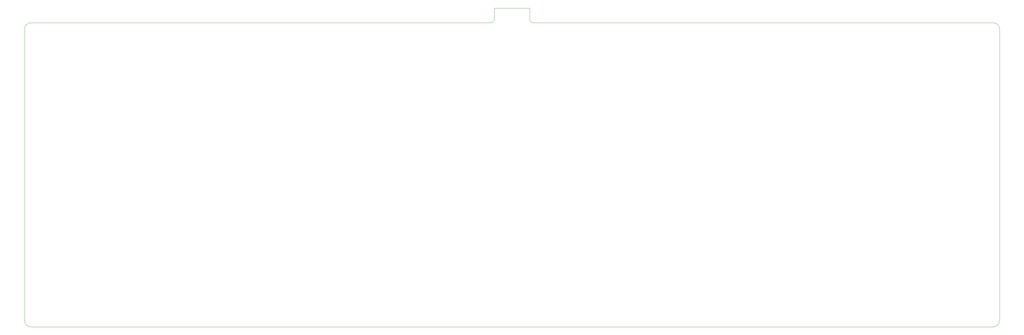
<source format=gbr>
G04 #@! TF.GenerationSoftware,KiCad,Pcbnew,9.0.3*
G04 #@! TF.CreationDate,2025-08-18T15:49:34-07:00*
G04 #@! TF.ProjectId,PCB-Keyboard-EDIPO-ALPS,5043422d-4b65-4796-926f-6172642d4544,rev?*
G04 #@! TF.SameCoordinates,Original*
G04 #@! TF.FileFunction,Profile,NP*
%FSLAX46Y46*%
G04 Gerber Fmt 4.6, Leading zero omitted, Abs format (unit mm)*
G04 Created by KiCad (PCBNEW 9.0.3) date 2025-08-18 15:49:34*
%MOMM*%
%LPD*%
G01*
G04 APERTURE LIST*
G04 #@! TA.AperFunction,Profile*
%ADD10C,0.100000*%
G04 #@! TD*
G04 APERTURE END LIST*
D10*
X60198352Y-160545398D02*
G75*
G02*
X58198302Y-158545398I-52J1999998D01*
G01*
X360998352Y-160535530D02*
X60198352Y-160545398D01*
X217156250Y-65295464D02*
X360998286Y-65295464D01*
X216156250Y-64295464D02*
X216156486Y-60731250D01*
X217156250Y-65295464D02*
G75*
G02*
X216156236Y-64295464I-50J999964D01*
G01*
X360998286Y-65295464D02*
G75*
G02*
X362998236Y-67295464I14J-1999936D01*
G01*
X205043750Y-64295464D02*
X205043986Y-60731250D01*
X58198286Y-158545398D02*
X58198286Y-67295464D01*
X362998286Y-67295464D02*
X362998286Y-158535530D01*
X362998286Y-158535530D02*
G75*
G02*
X360998352Y-160535586I-1999986J-70D01*
G01*
X58198286Y-67295464D02*
G75*
G02*
X60198286Y-65295386I2000014J64D01*
G01*
X205043986Y-60731250D02*
X216156486Y-60731250D01*
X204052185Y-65295464D02*
X60198286Y-65295464D01*
X205043750Y-64295464D02*
G75*
G02*
X204043750Y-65295450I-999950J-36D01*
G01*
M02*

</source>
